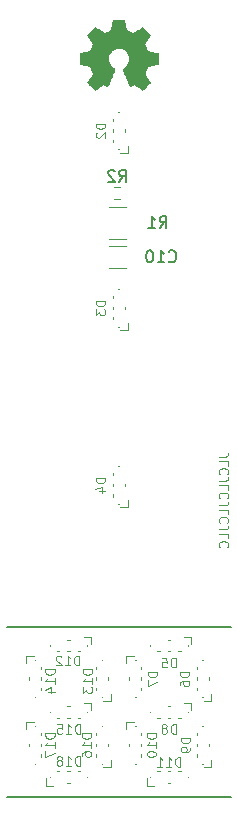
<source format=gbr>
%TF.GenerationSoftware,KiCad,Pcbnew,6.0.2*%
%TF.CreationDate,2022-03-25T15:37:29+01:00*%
%TF.ProjectId,espriktning,65737072-696b-4746-9e69-6e672e6b6963,rev?*%
%TF.SameCoordinates,Original*%
%TF.FileFunction,Legend,Bot*%
%TF.FilePolarity,Positive*%
%FSLAX46Y46*%
G04 Gerber Fmt 4.6, Leading zero omitted, Abs format (unit mm)*
G04 Created by KiCad (PCBNEW 6.0.2) date 2022-03-25 15:37:29*
%MOMM*%
%LPD*%
G01*
G04 APERTURE LIST*
%ADD10C,0.150000*%
%ADD11C,0.120000*%
%ADD12C,0.010000*%
G04 APERTURE END LIST*
D10*
X30500000Y-83000000D02*
X49500000Y-83000000D01*
X30500000Y-97400000D02*
X49500000Y-97400000D01*
D11*
X48461904Y-68604761D02*
X49033333Y-68604761D01*
X49147619Y-68566666D01*
X49223809Y-68490476D01*
X49261904Y-68376190D01*
X49261904Y-68300000D01*
X49261904Y-69366666D02*
X49261904Y-68985714D01*
X48461904Y-68985714D01*
X49185714Y-70090476D02*
X49223809Y-70052380D01*
X49261904Y-69938095D01*
X49261904Y-69861904D01*
X49223809Y-69747619D01*
X49147619Y-69671428D01*
X49071428Y-69633333D01*
X48919047Y-69595238D01*
X48804761Y-69595238D01*
X48652380Y-69633333D01*
X48576190Y-69671428D01*
X48500000Y-69747619D01*
X48461904Y-69861904D01*
X48461904Y-69938095D01*
X48500000Y-70052380D01*
X48538095Y-70090476D01*
X48461904Y-70661904D02*
X49033333Y-70661904D01*
X49147619Y-70623809D01*
X49223809Y-70547619D01*
X49261904Y-70433333D01*
X49261904Y-70357142D01*
X49261904Y-71423809D02*
X49261904Y-71042857D01*
X48461904Y-71042857D01*
X49185714Y-72147619D02*
X49223809Y-72109523D01*
X49261904Y-71995238D01*
X49261904Y-71919047D01*
X49223809Y-71804761D01*
X49147619Y-71728571D01*
X49071428Y-71690476D01*
X48919047Y-71652380D01*
X48804761Y-71652380D01*
X48652380Y-71690476D01*
X48576190Y-71728571D01*
X48500000Y-71804761D01*
X48461904Y-71919047D01*
X48461904Y-71995238D01*
X48500000Y-72109523D01*
X48538095Y-72147619D01*
X48461904Y-72719047D02*
X49033333Y-72719047D01*
X49147619Y-72680952D01*
X49223809Y-72604761D01*
X49261904Y-72490476D01*
X49261904Y-72414285D01*
X49261904Y-73480952D02*
X49261904Y-73100000D01*
X48461904Y-73100000D01*
X49185714Y-74204761D02*
X49223809Y-74166666D01*
X49261904Y-74052380D01*
X49261904Y-73976190D01*
X49223809Y-73861904D01*
X49147619Y-73785714D01*
X49071428Y-73747619D01*
X48919047Y-73709523D01*
X48804761Y-73709523D01*
X48652380Y-73747619D01*
X48576190Y-73785714D01*
X48500000Y-73861904D01*
X48461904Y-73976190D01*
X48461904Y-74052380D01*
X48500000Y-74166666D01*
X48538095Y-74204761D01*
X48461904Y-74776190D02*
X49033333Y-74776190D01*
X49147619Y-74738095D01*
X49223809Y-74661904D01*
X49261904Y-74547619D01*
X49261904Y-74471428D01*
X49261904Y-75538095D02*
X49261904Y-75157142D01*
X48461904Y-75157142D01*
X49185714Y-76261904D02*
X49223809Y-76223809D01*
X49261904Y-76109523D01*
X49261904Y-76033333D01*
X49223809Y-75919047D01*
X49147619Y-75842857D01*
X49071428Y-75804761D01*
X48919047Y-75766666D01*
X48804761Y-75766666D01*
X48652380Y-75804761D01*
X48576190Y-75842857D01*
X48500000Y-75919047D01*
X48461904Y-76033333D01*
X48461904Y-76109523D01*
X48500000Y-76223809D01*
X48538095Y-76261904D01*
%TO.C,D2*%
X38861904Y-40409523D02*
X38061904Y-40409523D01*
X38061904Y-40600000D01*
X38100000Y-40714285D01*
X38176190Y-40790476D01*
X38252380Y-40828571D01*
X38404761Y-40866666D01*
X38519047Y-40866666D01*
X38671428Y-40828571D01*
X38747619Y-40790476D01*
X38823809Y-40714285D01*
X38861904Y-40600000D01*
X38861904Y-40409523D01*
X38138095Y-41171428D02*
X38100000Y-41209523D01*
X38061904Y-41285714D01*
X38061904Y-41476190D01*
X38100000Y-41552380D01*
X38138095Y-41590476D01*
X38214285Y-41628571D01*
X38290476Y-41628571D01*
X38404761Y-41590476D01*
X38861904Y-41133333D01*
X38861904Y-41628571D01*
%TO.C,D3*%
X38861904Y-55409523D02*
X38061904Y-55409523D01*
X38061904Y-55600000D01*
X38100000Y-55714285D01*
X38176190Y-55790476D01*
X38252380Y-55828571D01*
X38404761Y-55866666D01*
X38519047Y-55866666D01*
X38671428Y-55828571D01*
X38747619Y-55790476D01*
X38823809Y-55714285D01*
X38861904Y-55600000D01*
X38861904Y-55409523D01*
X38061904Y-56133333D02*
X38061904Y-56628571D01*
X38366666Y-56361904D01*
X38366666Y-56476190D01*
X38404761Y-56552380D01*
X38442857Y-56590476D01*
X38519047Y-56628571D01*
X38709523Y-56628571D01*
X38785714Y-56590476D01*
X38823809Y-56552380D01*
X38861904Y-56476190D01*
X38861904Y-56247619D01*
X38823809Y-56171428D01*
X38785714Y-56133333D01*
%TO.C,D4*%
X38861904Y-70409523D02*
X38061904Y-70409523D01*
X38061904Y-70600000D01*
X38100000Y-70714285D01*
X38176190Y-70790476D01*
X38252380Y-70828571D01*
X38404761Y-70866666D01*
X38519047Y-70866666D01*
X38671428Y-70828571D01*
X38747619Y-70790476D01*
X38823809Y-70714285D01*
X38861904Y-70600000D01*
X38861904Y-70409523D01*
X38328571Y-71552380D02*
X38861904Y-71552380D01*
X38023809Y-71361904D02*
X38595238Y-71171428D01*
X38595238Y-71666666D01*
%TO.C,D5*%
X44840476Y-86461904D02*
X44840476Y-85661904D01*
X44650000Y-85661904D01*
X44535714Y-85700000D01*
X44459523Y-85776190D01*
X44421428Y-85852380D01*
X44383333Y-86004761D01*
X44383333Y-86119047D01*
X44421428Y-86271428D01*
X44459523Y-86347619D01*
X44535714Y-86423809D01*
X44650000Y-86461904D01*
X44840476Y-86461904D01*
X43659523Y-85661904D02*
X44040476Y-85661904D01*
X44078571Y-86042857D01*
X44040476Y-86004761D01*
X43964285Y-85966666D01*
X43773809Y-85966666D01*
X43697619Y-86004761D01*
X43659523Y-86042857D01*
X43621428Y-86119047D01*
X43621428Y-86309523D01*
X43659523Y-86385714D01*
X43697619Y-86423809D01*
X43773809Y-86461904D01*
X43964285Y-86461904D01*
X44040476Y-86423809D01*
X44078571Y-86385714D01*
%TO.C,D6*%
X45961904Y-86809523D02*
X45161904Y-86809523D01*
X45161904Y-87000000D01*
X45200000Y-87114285D01*
X45276190Y-87190476D01*
X45352380Y-87228571D01*
X45504761Y-87266666D01*
X45619047Y-87266666D01*
X45771428Y-87228571D01*
X45847619Y-87190476D01*
X45923809Y-87114285D01*
X45961904Y-87000000D01*
X45961904Y-86809523D01*
X45161904Y-87952380D02*
X45161904Y-87800000D01*
X45200000Y-87723809D01*
X45238095Y-87685714D01*
X45352380Y-87609523D01*
X45504761Y-87571428D01*
X45809523Y-87571428D01*
X45885714Y-87609523D01*
X45923809Y-87647619D01*
X45961904Y-87723809D01*
X45961904Y-87876190D01*
X45923809Y-87952380D01*
X45885714Y-87990476D01*
X45809523Y-88028571D01*
X45619047Y-88028571D01*
X45542857Y-87990476D01*
X45504761Y-87952380D01*
X45466666Y-87876190D01*
X45466666Y-87723809D01*
X45504761Y-87647619D01*
X45542857Y-87609523D01*
X45619047Y-87571428D01*
%TO.C,D7*%
X43261904Y-86809523D02*
X42461904Y-86809523D01*
X42461904Y-87000000D01*
X42500000Y-87114285D01*
X42576190Y-87190476D01*
X42652380Y-87228571D01*
X42804761Y-87266666D01*
X42919047Y-87266666D01*
X43071428Y-87228571D01*
X43147619Y-87190476D01*
X43223809Y-87114285D01*
X43261904Y-87000000D01*
X43261904Y-86809523D01*
X42461904Y-87533333D02*
X42461904Y-88066666D01*
X43261904Y-87723809D01*
%TO.C,D8*%
X44840476Y-92061904D02*
X44840476Y-91261904D01*
X44650000Y-91261904D01*
X44535714Y-91300000D01*
X44459523Y-91376190D01*
X44421428Y-91452380D01*
X44383333Y-91604761D01*
X44383333Y-91719047D01*
X44421428Y-91871428D01*
X44459523Y-91947619D01*
X44535714Y-92023809D01*
X44650000Y-92061904D01*
X44840476Y-92061904D01*
X43926190Y-91604761D02*
X44002380Y-91566666D01*
X44040476Y-91528571D01*
X44078571Y-91452380D01*
X44078571Y-91414285D01*
X44040476Y-91338095D01*
X44002380Y-91300000D01*
X43926190Y-91261904D01*
X43773809Y-91261904D01*
X43697619Y-91300000D01*
X43659523Y-91338095D01*
X43621428Y-91414285D01*
X43621428Y-91452380D01*
X43659523Y-91528571D01*
X43697619Y-91566666D01*
X43773809Y-91604761D01*
X43926190Y-91604761D01*
X44002380Y-91642857D01*
X44040476Y-91680952D01*
X44078571Y-91757142D01*
X44078571Y-91909523D01*
X44040476Y-91985714D01*
X44002380Y-92023809D01*
X43926190Y-92061904D01*
X43773809Y-92061904D01*
X43697619Y-92023809D01*
X43659523Y-91985714D01*
X43621428Y-91909523D01*
X43621428Y-91757142D01*
X43659523Y-91680952D01*
X43697619Y-91642857D01*
X43773809Y-91604761D01*
%TO.C,D9*%
X46061904Y-92409523D02*
X45261904Y-92409523D01*
X45261904Y-92600000D01*
X45300000Y-92714285D01*
X45376190Y-92790476D01*
X45452380Y-92828571D01*
X45604761Y-92866666D01*
X45719047Y-92866666D01*
X45871428Y-92828571D01*
X45947619Y-92790476D01*
X46023809Y-92714285D01*
X46061904Y-92600000D01*
X46061904Y-92409523D01*
X46061904Y-93247619D02*
X46061904Y-93400000D01*
X46023809Y-93476190D01*
X45985714Y-93514285D01*
X45871428Y-93590476D01*
X45719047Y-93628571D01*
X45414285Y-93628571D01*
X45338095Y-93590476D01*
X45300000Y-93552380D01*
X45261904Y-93476190D01*
X45261904Y-93323809D01*
X45300000Y-93247619D01*
X45338095Y-93209523D01*
X45414285Y-93171428D01*
X45604761Y-93171428D01*
X45680952Y-93209523D01*
X45719047Y-93247619D01*
X45757142Y-93323809D01*
X45757142Y-93476190D01*
X45719047Y-93552380D01*
X45680952Y-93590476D01*
X45604761Y-93628571D01*
%TO.C,D10*%
X43161904Y-92028571D02*
X42361904Y-92028571D01*
X42361904Y-92219047D01*
X42400000Y-92333333D01*
X42476190Y-92409523D01*
X42552380Y-92447619D01*
X42704761Y-92485714D01*
X42819047Y-92485714D01*
X42971428Y-92447619D01*
X43047619Y-92409523D01*
X43123809Y-92333333D01*
X43161904Y-92219047D01*
X43161904Y-92028571D01*
X43161904Y-93247619D02*
X43161904Y-92790476D01*
X43161904Y-93019047D02*
X42361904Y-93019047D01*
X42476190Y-92942857D01*
X42552380Y-92866666D01*
X42590476Y-92790476D01*
X42361904Y-93742857D02*
X42361904Y-93819047D01*
X42400000Y-93895238D01*
X42438095Y-93933333D01*
X42514285Y-93971428D01*
X42666666Y-94009523D01*
X42857142Y-94009523D01*
X43009523Y-93971428D01*
X43085714Y-93933333D01*
X43123809Y-93895238D01*
X43161904Y-93819047D01*
X43161904Y-93742857D01*
X43123809Y-93666666D01*
X43085714Y-93628571D01*
X43009523Y-93590476D01*
X42857142Y-93552380D01*
X42666666Y-93552380D01*
X42514285Y-93590476D01*
X42438095Y-93628571D01*
X42400000Y-93666666D01*
X42361904Y-93742857D01*
%TO.C,D11*%
X45221428Y-94861904D02*
X45221428Y-94061904D01*
X45030952Y-94061904D01*
X44916666Y-94100000D01*
X44840476Y-94176190D01*
X44802380Y-94252380D01*
X44764285Y-94404761D01*
X44764285Y-94519047D01*
X44802380Y-94671428D01*
X44840476Y-94747619D01*
X44916666Y-94823809D01*
X45030952Y-94861904D01*
X45221428Y-94861904D01*
X44002380Y-94861904D02*
X44459523Y-94861904D01*
X44230952Y-94861904D02*
X44230952Y-94061904D01*
X44307142Y-94176190D01*
X44383333Y-94252380D01*
X44459523Y-94290476D01*
X43240476Y-94861904D02*
X43697619Y-94861904D01*
X43469047Y-94861904D02*
X43469047Y-94061904D01*
X43545238Y-94176190D01*
X43621428Y-94252380D01*
X43697619Y-94290476D01*
%TO.C,D12*%
X36671428Y-86261904D02*
X36671428Y-85461904D01*
X36480952Y-85461904D01*
X36366666Y-85500000D01*
X36290476Y-85576190D01*
X36252380Y-85652380D01*
X36214285Y-85804761D01*
X36214285Y-85919047D01*
X36252380Y-86071428D01*
X36290476Y-86147619D01*
X36366666Y-86223809D01*
X36480952Y-86261904D01*
X36671428Y-86261904D01*
X35452380Y-86261904D02*
X35909523Y-86261904D01*
X35680952Y-86261904D02*
X35680952Y-85461904D01*
X35757142Y-85576190D01*
X35833333Y-85652380D01*
X35909523Y-85690476D01*
X35147619Y-85538095D02*
X35109523Y-85500000D01*
X35033333Y-85461904D01*
X34842857Y-85461904D01*
X34766666Y-85500000D01*
X34728571Y-85538095D01*
X34690476Y-85614285D01*
X34690476Y-85690476D01*
X34728571Y-85804761D01*
X35185714Y-86261904D01*
X34690476Y-86261904D01*
%TO.C,D13*%
X37761904Y-86628571D02*
X36961904Y-86628571D01*
X36961904Y-86819047D01*
X37000000Y-86933333D01*
X37076190Y-87009523D01*
X37152380Y-87047619D01*
X37304761Y-87085714D01*
X37419047Y-87085714D01*
X37571428Y-87047619D01*
X37647619Y-87009523D01*
X37723809Y-86933333D01*
X37761904Y-86819047D01*
X37761904Y-86628571D01*
X37761904Y-87847619D02*
X37761904Y-87390476D01*
X37761904Y-87619047D02*
X36961904Y-87619047D01*
X37076190Y-87542857D01*
X37152380Y-87466666D01*
X37190476Y-87390476D01*
X36961904Y-88114285D02*
X36961904Y-88609523D01*
X37266666Y-88342857D01*
X37266666Y-88457142D01*
X37304761Y-88533333D01*
X37342857Y-88571428D01*
X37419047Y-88609523D01*
X37609523Y-88609523D01*
X37685714Y-88571428D01*
X37723809Y-88533333D01*
X37761904Y-88457142D01*
X37761904Y-88228571D01*
X37723809Y-88152380D01*
X37685714Y-88114285D01*
%TO.C,D14*%
X34561904Y-86628571D02*
X33761904Y-86628571D01*
X33761904Y-86819047D01*
X33800000Y-86933333D01*
X33876190Y-87009523D01*
X33952380Y-87047619D01*
X34104761Y-87085714D01*
X34219047Y-87085714D01*
X34371428Y-87047619D01*
X34447619Y-87009523D01*
X34523809Y-86933333D01*
X34561904Y-86819047D01*
X34561904Y-86628571D01*
X34561904Y-87847619D02*
X34561904Y-87390476D01*
X34561904Y-87619047D02*
X33761904Y-87619047D01*
X33876190Y-87542857D01*
X33952380Y-87466666D01*
X33990476Y-87390476D01*
X34028571Y-88533333D02*
X34561904Y-88533333D01*
X33723809Y-88342857D02*
X34295238Y-88152380D01*
X34295238Y-88647619D01*
%TO.C,D15*%
X36721428Y-92061904D02*
X36721428Y-91261904D01*
X36530952Y-91261904D01*
X36416666Y-91300000D01*
X36340476Y-91376190D01*
X36302380Y-91452380D01*
X36264285Y-91604761D01*
X36264285Y-91719047D01*
X36302380Y-91871428D01*
X36340476Y-91947619D01*
X36416666Y-92023809D01*
X36530952Y-92061904D01*
X36721428Y-92061904D01*
X35502380Y-92061904D02*
X35959523Y-92061904D01*
X35730952Y-92061904D02*
X35730952Y-91261904D01*
X35807142Y-91376190D01*
X35883333Y-91452380D01*
X35959523Y-91490476D01*
X34778571Y-91261904D02*
X35159523Y-91261904D01*
X35197619Y-91642857D01*
X35159523Y-91604761D01*
X35083333Y-91566666D01*
X34892857Y-91566666D01*
X34816666Y-91604761D01*
X34778571Y-91642857D01*
X34740476Y-91719047D01*
X34740476Y-91909523D01*
X34778571Y-91985714D01*
X34816666Y-92023809D01*
X34892857Y-92061904D01*
X35083333Y-92061904D01*
X35159523Y-92023809D01*
X35197619Y-91985714D01*
%TO.C,D16*%
X37661904Y-92028571D02*
X36861904Y-92028571D01*
X36861904Y-92219047D01*
X36900000Y-92333333D01*
X36976190Y-92409523D01*
X37052380Y-92447619D01*
X37204761Y-92485714D01*
X37319047Y-92485714D01*
X37471428Y-92447619D01*
X37547619Y-92409523D01*
X37623809Y-92333333D01*
X37661904Y-92219047D01*
X37661904Y-92028571D01*
X37661904Y-93247619D02*
X37661904Y-92790476D01*
X37661904Y-93019047D02*
X36861904Y-93019047D01*
X36976190Y-92942857D01*
X37052380Y-92866666D01*
X37090476Y-92790476D01*
X36861904Y-93933333D02*
X36861904Y-93780952D01*
X36900000Y-93704761D01*
X36938095Y-93666666D01*
X37052380Y-93590476D01*
X37204761Y-93552380D01*
X37509523Y-93552380D01*
X37585714Y-93590476D01*
X37623809Y-93628571D01*
X37661904Y-93704761D01*
X37661904Y-93857142D01*
X37623809Y-93933333D01*
X37585714Y-93971428D01*
X37509523Y-94009523D01*
X37319047Y-94009523D01*
X37242857Y-93971428D01*
X37204761Y-93933333D01*
X37166666Y-93857142D01*
X37166666Y-93704761D01*
X37204761Y-93628571D01*
X37242857Y-93590476D01*
X37319047Y-93552380D01*
%TO.C,D17*%
X34561904Y-92028571D02*
X33761904Y-92028571D01*
X33761904Y-92219047D01*
X33800000Y-92333333D01*
X33876190Y-92409523D01*
X33952380Y-92447619D01*
X34104761Y-92485714D01*
X34219047Y-92485714D01*
X34371428Y-92447619D01*
X34447619Y-92409523D01*
X34523809Y-92333333D01*
X34561904Y-92219047D01*
X34561904Y-92028571D01*
X34561904Y-93247619D02*
X34561904Y-92790476D01*
X34561904Y-93019047D02*
X33761904Y-93019047D01*
X33876190Y-92942857D01*
X33952380Y-92866666D01*
X33990476Y-92790476D01*
X33761904Y-93514285D02*
X33761904Y-94047619D01*
X34561904Y-93704761D01*
%TO.C,D18*%
X36721428Y-94761904D02*
X36721428Y-93961904D01*
X36530952Y-93961904D01*
X36416666Y-94000000D01*
X36340476Y-94076190D01*
X36302380Y-94152380D01*
X36264285Y-94304761D01*
X36264285Y-94419047D01*
X36302380Y-94571428D01*
X36340476Y-94647619D01*
X36416666Y-94723809D01*
X36530952Y-94761904D01*
X36721428Y-94761904D01*
X35502380Y-94761904D02*
X35959523Y-94761904D01*
X35730952Y-94761904D02*
X35730952Y-93961904D01*
X35807142Y-94076190D01*
X35883333Y-94152380D01*
X35959523Y-94190476D01*
X35045238Y-94304761D02*
X35121428Y-94266666D01*
X35159523Y-94228571D01*
X35197619Y-94152380D01*
X35197619Y-94114285D01*
X35159523Y-94038095D01*
X35121428Y-94000000D01*
X35045238Y-93961904D01*
X34892857Y-93961904D01*
X34816666Y-94000000D01*
X34778571Y-94038095D01*
X34740476Y-94114285D01*
X34740476Y-94152380D01*
X34778571Y-94228571D01*
X34816666Y-94266666D01*
X34892857Y-94304761D01*
X35045238Y-94304761D01*
X35121428Y-94342857D01*
X35159523Y-94380952D01*
X35197619Y-94457142D01*
X35197619Y-94609523D01*
X35159523Y-94685714D01*
X35121428Y-94723809D01*
X35045238Y-94761904D01*
X34892857Y-94761904D01*
X34816666Y-94723809D01*
X34778571Y-94685714D01*
X34740476Y-94609523D01*
X34740476Y-94457142D01*
X34778571Y-94380952D01*
X34816666Y-94342857D01*
X34892857Y-94304761D01*
D10*
%TO.C,R1*%
X43466666Y-49252380D02*
X43800000Y-48776190D01*
X44038095Y-49252380D02*
X44038095Y-48252380D01*
X43657142Y-48252380D01*
X43561904Y-48300000D01*
X43514285Y-48347619D01*
X43466666Y-48442857D01*
X43466666Y-48585714D01*
X43514285Y-48680952D01*
X43561904Y-48728571D01*
X43657142Y-48776190D01*
X44038095Y-48776190D01*
X42514285Y-49252380D02*
X43085714Y-49252380D01*
X42800000Y-49252380D02*
X42800000Y-48252380D01*
X42895238Y-48395238D01*
X42990476Y-48490476D01*
X43085714Y-48538095D01*
%TO.C,C10*%
X44242857Y-52057142D02*
X44290476Y-52104761D01*
X44433333Y-52152380D01*
X44528571Y-52152380D01*
X44671428Y-52104761D01*
X44766666Y-52009523D01*
X44814285Y-51914285D01*
X44861904Y-51723809D01*
X44861904Y-51580952D01*
X44814285Y-51390476D01*
X44766666Y-51295238D01*
X44671428Y-51200000D01*
X44528571Y-51152380D01*
X44433333Y-51152380D01*
X44290476Y-51200000D01*
X44242857Y-51247619D01*
X43290476Y-52152380D02*
X43861904Y-52152380D01*
X43576190Y-52152380D02*
X43576190Y-51152380D01*
X43671428Y-51295238D01*
X43766666Y-51390476D01*
X43861904Y-51438095D01*
X42671428Y-51152380D02*
X42576190Y-51152380D01*
X42480952Y-51200000D01*
X42433333Y-51247619D01*
X42385714Y-51342857D01*
X42338095Y-51533333D01*
X42338095Y-51771428D01*
X42385714Y-51961904D01*
X42433333Y-52057142D01*
X42480952Y-52104761D01*
X42576190Y-52152380D01*
X42671428Y-52152380D01*
X42766666Y-52104761D01*
X42814285Y-52057142D01*
X42861904Y-51961904D01*
X42909523Y-51771428D01*
X42909523Y-51533333D01*
X42861904Y-51342857D01*
X42814285Y-51247619D01*
X42766666Y-51200000D01*
X42671428Y-51152380D01*
%TO.C,R2*%
X40041666Y-45352380D02*
X40375000Y-44876190D01*
X40613095Y-45352380D02*
X40613095Y-44352380D01*
X40232142Y-44352380D01*
X40136904Y-44400000D01*
X40089285Y-44447619D01*
X40041666Y-44542857D01*
X40041666Y-44685714D01*
X40089285Y-44780952D01*
X40136904Y-44828571D01*
X40232142Y-44876190D01*
X40613095Y-44876190D01*
X39660714Y-44447619D02*
X39613095Y-44400000D01*
X39517857Y-44352380D01*
X39279761Y-44352380D01*
X39184523Y-44400000D01*
X39136904Y-44447619D01*
X39089285Y-44542857D01*
X39089285Y-44638095D01*
X39136904Y-44780952D01*
X39708333Y-45352380D01*
X39089285Y-45352380D01*
D11*
%TO.C,D2*%
X40000000Y-42600000D02*
X39950000Y-42600000D01*
X39950000Y-39400000D02*
X40000000Y-39400000D01*
X40500000Y-41100000D02*
X40500000Y-40900000D01*
X39500000Y-42000000D02*
X39500000Y-41800000D01*
X39500000Y-40200000D02*
X39500000Y-40000000D01*
X40100000Y-42900000D02*
X40750000Y-42900000D01*
X39500000Y-41100000D02*
X39500000Y-40900000D01*
X40750000Y-42900000D02*
X40750000Y-42300000D01*
%TO.C,D3*%
X40000000Y-57600000D02*
X39950000Y-57600000D01*
X39500000Y-56100000D02*
X39500000Y-55900000D01*
X39500000Y-55200000D02*
X39500000Y-55000000D01*
X40750000Y-57900000D02*
X40750000Y-57300000D01*
X40500000Y-56100000D02*
X40500000Y-55900000D01*
X39950000Y-54400000D02*
X40000000Y-54400000D01*
X40100000Y-57900000D02*
X40750000Y-57900000D01*
X39500000Y-57000000D02*
X39500000Y-56800000D01*
%TO.C,D4*%
X39950000Y-69400000D02*
X40000000Y-69400000D01*
X39500000Y-71100000D02*
X39500000Y-70900000D01*
X39500000Y-70200000D02*
X39500000Y-70000000D01*
X39500000Y-72000000D02*
X39500000Y-71800000D01*
X40750000Y-72900000D02*
X40750000Y-72300000D01*
X40000000Y-72600000D02*
X39950000Y-72600000D01*
X40500000Y-71100000D02*
X40500000Y-70900000D01*
X40100000Y-72900000D02*
X40750000Y-72900000D01*
%TO.C,D5*%
X44350000Y-85100000D02*
X44150000Y-85100000D01*
X45850000Y-84600000D02*
X45850000Y-84650000D01*
X42650000Y-84650000D02*
X42650000Y-84600000D01*
X45250000Y-85100000D02*
X45050000Y-85100000D01*
X46150000Y-84500000D02*
X46150000Y-83850000D01*
X44350000Y-84100000D02*
X44150000Y-84100000D01*
X46150000Y-83850000D02*
X45550000Y-83850000D01*
X43450000Y-85100000D02*
X43250000Y-85100000D01*
%TO.C,D6*%
X47200000Y-89300000D02*
X47850000Y-89300000D01*
X46600000Y-88400000D02*
X46600000Y-88200000D01*
X46600000Y-87500000D02*
X46600000Y-87300000D01*
X47850000Y-89300000D02*
X47850000Y-88700000D01*
X47600000Y-87500000D02*
X47600000Y-87300000D01*
X47100000Y-89000000D02*
X47050000Y-89000000D01*
X47050000Y-85800000D02*
X47100000Y-85800000D01*
X46600000Y-86600000D02*
X46600000Y-86400000D01*
%TO.C,D7*%
X41900000Y-88200000D02*
X41900000Y-88400000D01*
X40650000Y-85500000D02*
X40650000Y-86100000D01*
X41450000Y-89000000D02*
X41400000Y-89000000D01*
X40900000Y-87300000D02*
X40900000Y-87500000D01*
X41900000Y-86400000D02*
X41900000Y-86600000D01*
X41900000Y-87300000D02*
X41900000Y-87500000D01*
X41300000Y-85500000D02*
X40650000Y-85500000D01*
X41400000Y-85800000D02*
X41450000Y-85800000D01*
%TO.C,D8*%
X46150000Y-89450000D02*
X45550000Y-89450000D01*
X44350000Y-89700000D02*
X44150000Y-89700000D01*
X46150000Y-90100000D02*
X46150000Y-89450000D01*
X45850000Y-90200000D02*
X45850000Y-90250000D01*
X43450000Y-90700000D02*
X43250000Y-90700000D01*
X44350000Y-90700000D02*
X44150000Y-90700000D01*
X42650000Y-90250000D02*
X42650000Y-90200000D01*
X45250000Y-90700000D02*
X45050000Y-90700000D01*
%TO.C,D9*%
X46600000Y-94000000D02*
X46600000Y-93800000D01*
X46600000Y-93100000D02*
X46600000Y-92900000D01*
X47200000Y-94900000D02*
X47850000Y-94900000D01*
X47100000Y-94600000D02*
X47050000Y-94600000D01*
X47600000Y-93100000D02*
X47600000Y-92900000D01*
X47850000Y-94900000D02*
X47850000Y-94300000D01*
X47050000Y-91400000D02*
X47100000Y-91400000D01*
X46600000Y-92200000D02*
X46600000Y-92000000D01*
%TO.C,D10*%
X40900000Y-92900000D02*
X40900000Y-93100000D01*
X41300000Y-91100000D02*
X40650000Y-91100000D01*
X40650000Y-91100000D02*
X40650000Y-91700000D01*
X41900000Y-92900000D02*
X41900000Y-93100000D01*
X41900000Y-93800000D02*
X41900000Y-94000000D01*
X41450000Y-94600000D02*
X41400000Y-94600000D01*
X41900000Y-92000000D02*
X41900000Y-92200000D01*
X41400000Y-91400000D02*
X41450000Y-91400000D01*
%TO.C,D11*%
X45050000Y-95250000D02*
X45250000Y-95250000D01*
X44150000Y-95250000D02*
X44350000Y-95250000D01*
X42350000Y-95850000D02*
X42350000Y-96500000D01*
X45850000Y-95700000D02*
X45850000Y-95750000D01*
X43250000Y-95250000D02*
X43450000Y-95250000D01*
X42650000Y-95750000D02*
X42650000Y-95700000D01*
X44150000Y-96250000D02*
X44350000Y-96250000D01*
X42350000Y-96500000D02*
X42950000Y-96500000D01*
%TO.C,D12*%
X35850000Y-85100000D02*
X35650000Y-85100000D01*
X37350000Y-84600000D02*
X37350000Y-84650000D01*
X37650000Y-84500000D02*
X37650000Y-83850000D01*
X34150000Y-84650000D02*
X34150000Y-84600000D01*
X34950000Y-85100000D02*
X34750000Y-85100000D01*
X35850000Y-84100000D02*
X35650000Y-84100000D01*
X36750000Y-85100000D02*
X36550000Y-85100000D01*
X37650000Y-83850000D02*
X37050000Y-83850000D01*
%TO.C,D13*%
X38550000Y-85800000D02*
X38600000Y-85800000D01*
X39350000Y-89300000D02*
X39350000Y-88700000D01*
X38100000Y-87500000D02*
X38100000Y-87300000D01*
X38600000Y-89000000D02*
X38550000Y-89000000D01*
X38100000Y-88400000D02*
X38100000Y-88200000D01*
X38100000Y-86600000D02*
X38100000Y-86400000D01*
X39100000Y-87500000D02*
X39100000Y-87300000D01*
X38700000Y-89300000D02*
X39350000Y-89300000D01*
%TO.C,D14*%
X32150000Y-85500000D02*
X32150000Y-86100000D01*
X32900000Y-85800000D02*
X32950000Y-85800000D01*
X33400000Y-88200000D02*
X33400000Y-88400000D01*
X32400000Y-87300000D02*
X32400000Y-87500000D01*
X33400000Y-86400000D02*
X33400000Y-86600000D01*
X32800000Y-85500000D02*
X32150000Y-85500000D01*
X33400000Y-87300000D02*
X33400000Y-87500000D01*
X32950000Y-89000000D02*
X32900000Y-89000000D01*
%TO.C,D15*%
X35850000Y-89700000D02*
X35650000Y-89700000D01*
X34950000Y-90700000D02*
X34750000Y-90700000D01*
X36750000Y-90700000D02*
X36550000Y-90700000D01*
X37650000Y-90100000D02*
X37650000Y-89450000D01*
X35850000Y-90700000D02*
X35650000Y-90700000D01*
X37350000Y-90200000D02*
X37350000Y-90250000D01*
X34150000Y-90250000D02*
X34150000Y-90200000D01*
X37650000Y-89450000D02*
X37050000Y-89450000D01*
%TO.C,D16*%
X38700000Y-94900000D02*
X39350000Y-94900000D01*
X38100000Y-94000000D02*
X38100000Y-93800000D01*
X38550000Y-91400000D02*
X38600000Y-91400000D01*
X39350000Y-94900000D02*
X39350000Y-94300000D01*
X38600000Y-94600000D02*
X38550000Y-94600000D01*
X39100000Y-93100000D02*
X39100000Y-92900000D01*
X38100000Y-92200000D02*
X38100000Y-92000000D01*
X38100000Y-93100000D02*
X38100000Y-92900000D01*
%TO.C,D17*%
X32800000Y-91100000D02*
X32150000Y-91100000D01*
X32950000Y-94600000D02*
X32900000Y-94600000D01*
X32400000Y-92900000D02*
X32400000Y-93100000D01*
X32900000Y-91400000D02*
X32950000Y-91400000D01*
X33400000Y-92900000D02*
X33400000Y-93100000D01*
X33400000Y-93800000D02*
X33400000Y-94000000D01*
X33400000Y-92000000D02*
X33400000Y-92200000D01*
X32150000Y-91100000D02*
X32150000Y-91700000D01*
%TO.C,D18*%
X35650000Y-96250000D02*
X35850000Y-96250000D01*
X35650000Y-95250000D02*
X35850000Y-95250000D01*
X36550000Y-95250000D02*
X36750000Y-95250000D01*
X34750000Y-95250000D02*
X34950000Y-95250000D01*
X37350000Y-95700000D02*
X37350000Y-95750000D01*
X34150000Y-95750000D02*
X34150000Y-95700000D01*
X33850000Y-96500000D02*
X34450000Y-96500000D01*
X33850000Y-95850000D02*
X33850000Y-96500000D01*
D12*
%TO.C,REF\u002A\u002A*%
X39444186Y-32068931D02*
X39360365Y-32513555D01*
X39360365Y-32513555D02*
X39051080Y-32641053D01*
X39051080Y-32641053D02*
X38741794Y-32768551D01*
X38741794Y-32768551D02*
X38370754Y-32516246D01*
X38370754Y-32516246D02*
X38266843Y-32445996D01*
X38266843Y-32445996D02*
X38172913Y-32383272D01*
X38172913Y-32383272D02*
X38093348Y-32330938D01*
X38093348Y-32330938D02*
X38032530Y-32291857D01*
X38032530Y-32291857D02*
X37994843Y-32268893D01*
X37994843Y-32268893D02*
X37984579Y-32263942D01*
X37984579Y-32263942D02*
X37966090Y-32276676D01*
X37966090Y-32276676D02*
X37926580Y-32311882D01*
X37926580Y-32311882D02*
X37870478Y-32365062D01*
X37870478Y-32365062D02*
X37802213Y-32431718D01*
X37802213Y-32431718D02*
X37726214Y-32507354D01*
X37726214Y-32507354D02*
X37646908Y-32587472D01*
X37646908Y-32587472D02*
X37568725Y-32667574D01*
X37568725Y-32667574D02*
X37496093Y-32743164D01*
X37496093Y-32743164D02*
X37433441Y-32809745D01*
X37433441Y-32809745D02*
X37385197Y-32862818D01*
X37385197Y-32862818D02*
X37355790Y-32897887D01*
X37355790Y-32897887D02*
X37348759Y-32909623D01*
X37348759Y-32909623D02*
X37358877Y-32931260D01*
X37358877Y-32931260D02*
X37387241Y-32978662D01*
X37387241Y-32978662D02*
X37430871Y-33047193D01*
X37430871Y-33047193D02*
X37486782Y-33132215D01*
X37486782Y-33132215D02*
X37551994Y-33229093D01*
X37551994Y-33229093D02*
X37589781Y-33284350D01*
X37589781Y-33284350D02*
X37658657Y-33385248D01*
X37658657Y-33385248D02*
X37719860Y-33476299D01*
X37719860Y-33476299D02*
X37770422Y-33552970D01*
X37770422Y-33552970D02*
X37807372Y-33610728D01*
X37807372Y-33610728D02*
X37827742Y-33645043D01*
X37827742Y-33645043D02*
X37830803Y-33652254D01*
X37830803Y-33652254D02*
X37823864Y-33672748D01*
X37823864Y-33672748D02*
X37804949Y-33720513D01*
X37804949Y-33720513D02*
X37776913Y-33788832D01*
X37776913Y-33788832D02*
X37742609Y-33870989D01*
X37742609Y-33870989D02*
X37704891Y-33960270D01*
X37704891Y-33960270D02*
X37666613Y-34049958D01*
X37666613Y-34049958D02*
X37630630Y-34133338D01*
X37630630Y-34133338D02*
X37599794Y-34203694D01*
X37599794Y-34203694D02*
X37576961Y-34254310D01*
X37576961Y-34254310D02*
X37564983Y-34278471D01*
X37564983Y-34278471D02*
X37564276Y-34279422D01*
X37564276Y-34279422D02*
X37545469Y-34284036D01*
X37545469Y-34284036D02*
X37495382Y-34294328D01*
X37495382Y-34294328D02*
X37419207Y-34309287D01*
X37419207Y-34309287D02*
X37322135Y-34327901D01*
X37322135Y-34327901D02*
X37209357Y-34349159D01*
X37209357Y-34349159D02*
X37143558Y-34361418D01*
X37143558Y-34361418D02*
X37023050Y-34384362D01*
X37023050Y-34384362D02*
X36914203Y-34406195D01*
X36914203Y-34406195D02*
X36822524Y-34425722D01*
X36822524Y-34425722D02*
X36753519Y-34441748D01*
X36753519Y-34441748D02*
X36712696Y-34453079D01*
X36712696Y-34453079D02*
X36704489Y-34456674D01*
X36704489Y-34456674D02*
X36696452Y-34481006D01*
X36696452Y-34481006D02*
X36689967Y-34535959D01*
X36689967Y-34535959D02*
X36685030Y-34615108D01*
X36685030Y-34615108D02*
X36681636Y-34712026D01*
X36681636Y-34712026D02*
X36679782Y-34820287D01*
X36679782Y-34820287D02*
X36679462Y-34933465D01*
X36679462Y-34933465D02*
X36680673Y-35045135D01*
X36680673Y-35045135D02*
X36683410Y-35148868D01*
X36683410Y-35148868D02*
X36687669Y-35238241D01*
X36687669Y-35238241D02*
X36693445Y-35306826D01*
X36693445Y-35306826D02*
X36700733Y-35348197D01*
X36700733Y-35348197D02*
X36705105Y-35356810D01*
X36705105Y-35356810D02*
X36731236Y-35367133D01*
X36731236Y-35367133D02*
X36786607Y-35381892D01*
X36786607Y-35381892D02*
X36863893Y-35399352D01*
X36863893Y-35399352D02*
X36955770Y-35417780D01*
X36955770Y-35417780D02*
X36987842Y-35423741D01*
X36987842Y-35423741D02*
X37142476Y-35452066D01*
X37142476Y-35452066D02*
X37264625Y-35474876D01*
X37264625Y-35474876D02*
X37358327Y-35493080D01*
X37358327Y-35493080D02*
X37427616Y-35507583D01*
X37427616Y-35507583D02*
X37476529Y-35519292D01*
X37476529Y-35519292D02*
X37509103Y-35529115D01*
X37509103Y-35529115D02*
X37529372Y-35537956D01*
X37529372Y-35537956D02*
X37541374Y-35546724D01*
X37541374Y-35546724D02*
X37543053Y-35548457D01*
X37543053Y-35548457D02*
X37559816Y-35576371D01*
X37559816Y-35576371D02*
X37585386Y-35630695D01*
X37585386Y-35630695D02*
X37617212Y-35704777D01*
X37617212Y-35704777D02*
X37652740Y-35791965D01*
X37652740Y-35791965D02*
X37689417Y-35885608D01*
X37689417Y-35885608D02*
X37724689Y-35979052D01*
X37724689Y-35979052D02*
X37756004Y-36065647D01*
X37756004Y-36065647D02*
X37780807Y-36138740D01*
X37780807Y-36138740D02*
X37796546Y-36191678D01*
X37796546Y-36191678D02*
X37800668Y-36217811D01*
X37800668Y-36217811D02*
X37800324Y-36218726D01*
X37800324Y-36218726D02*
X37786359Y-36240086D01*
X37786359Y-36240086D02*
X37754678Y-36287084D01*
X37754678Y-36287084D02*
X37708609Y-36354827D01*
X37708609Y-36354827D02*
X37651482Y-36438423D01*
X37651482Y-36438423D02*
X37586627Y-36532982D01*
X37586627Y-36532982D02*
X37568157Y-36559854D01*
X37568157Y-36559854D02*
X37502301Y-36657275D01*
X37502301Y-36657275D02*
X37444350Y-36746163D01*
X37444350Y-36746163D02*
X37397462Y-36821412D01*
X37397462Y-36821412D02*
X37364793Y-36877920D01*
X37364793Y-36877920D02*
X37349500Y-36910581D01*
X37349500Y-36910581D02*
X37348759Y-36914593D01*
X37348759Y-36914593D02*
X37361608Y-36935684D01*
X37361608Y-36935684D02*
X37397112Y-36977464D01*
X37397112Y-36977464D02*
X37450707Y-37035445D01*
X37450707Y-37035445D02*
X37517829Y-37105135D01*
X37517829Y-37105135D02*
X37593913Y-37182045D01*
X37593913Y-37182045D02*
X37674396Y-37261683D01*
X37674396Y-37261683D02*
X37754713Y-37339561D01*
X37754713Y-37339561D02*
X37830301Y-37411186D01*
X37830301Y-37411186D02*
X37896595Y-37472070D01*
X37896595Y-37472070D02*
X37949031Y-37517721D01*
X37949031Y-37517721D02*
X37983045Y-37543650D01*
X37983045Y-37543650D02*
X37992455Y-37547883D01*
X37992455Y-37547883D02*
X38014357Y-37537912D01*
X38014357Y-37537912D02*
X38059200Y-37511020D01*
X38059200Y-37511020D02*
X38119679Y-37471736D01*
X38119679Y-37471736D02*
X38166211Y-37440117D01*
X38166211Y-37440117D02*
X38250525Y-37382098D01*
X38250525Y-37382098D02*
X38350374Y-37313784D01*
X38350374Y-37313784D02*
X38450527Y-37245579D01*
X38450527Y-37245579D02*
X38504373Y-37209075D01*
X38504373Y-37209075D02*
X38686629Y-37085800D01*
X38686629Y-37085800D02*
X38839619Y-37168520D01*
X38839619Y-37168520D02*
X38909318Y-37204759D01*
X38909318Y-37204759D02*
X38968586Y-37232926D01*
X38968586Y-37232926D02*
X39008689Y-37248991D01*
X39008689Y-37248991D02*
X39018897Y-37251226D01*
X39018897Y-37251226D02*
X39031171Y-37234722D01*
X39031171Y-37234722D02*
X39055387Y-37188082D01*
X39055387Y-37188082D02*
X39089737Y-37115609D01*
X39089737Y-37115609D02*
X39132412Y-37021606D01*
X39132412Y-37021606D02*
X39181606Y-36910374D01*
X39181606Y-36910374D02*
X39235510Y-36786215D01*
X39235510Y-36786215D02*
X39292316Y-36653432D01*
X39292316Y-36653432D02*
X39350218Y-36516327D01*
X39350218Y-36516327D02*
X39407407Y-36379202D01*
X39407407Y-36379202D02*
X39462076Y-36246358D01*
X39462076Y-36246358D02*
X39512416Y-36122098D01*
X39512416Y-36122098D02*
X39556620Y-36010725D01*
X39556620Y-36010725D02*
X39592881Y-35916539D01*
X39592881Y-35916539D02*
X39619391Y-35843844D01*
X39619391Y-35843844D02*
X39634342Y-35796941D01*
X39634342Y-35796941D02*
X39636746Y-35780833D01*
X39636746Y-35780833D02*
X39617689Y-35760286D01*
X39617689Y-35760286D02*
X39575964Y-35726933D01*
X39575964Y-35726933D02*
X39520294Y-35687702D01*
X39520294Y-35687702D02*
X39515622Y-35684599D01*
X39515622Y-35684599D02*
X39371736Y-35569423D01*
X39371736Y-35569423D02*
X39255717Y-35435053D01*
X39255717Y-35435053D02*
X39168570Y-35285784D01*
X39168570Y-35285784D02*
X39111301Y-35125913D01*
X39111301Y-35125913D02*
X39084914Y-34959737D01*
X39084914Y-34959737D02*
X39090415Y-34791552D01*
X39090415Y-34791552D02*
X39128810Y-34625655D01*
X39128810Y-34625655D02*
X39201105Y-34466342D01*
X39201105Y-34466342D02*
X39222374Y-34431487D01*
X39222374Y-34431487D02*
X39333004Y-34290737D01*
X39333004Y-34290737D02*
X39463698Y-34177714D01*
X39463698Y-34177714D02*
X39609936Y-34093003D01*
X39609936Y-34093003D02*
X39767192Y-34037194D01*
X39767192Y-34037194D02*
X39930943Y-34010874D01*
X39930943Y-34010874D02*
X40096667Y-34014630D01*
X40096667Y-34014630D02*
X40259838Y-34049050D01*
X40259838Y-34049050D02*
X40415935Y-34114723D01*
X40415935Y-34114723D02*
X40560433Y-34212235D01*
X40560433Y-34212235D02*
X40605131Y-34251813D01*
X40605131Y-34251813D02*
X40718888Y-34375703D01*
X40718888Y-34375703D02*
X40801782Y-34506124D01*
X40801782Y-34506124D02*
X40858644Y-34652315D01*
X40858644Y-34652315D02*
X40890313Y-34797088D01*
X40890313Y-34797088D02*
X40898131Y-34959860D01*
X40898131Y-34959860D02*
X40872062Y-35123440D01*
X40872062Y-35123440D02*
X40814755Y-35282298D01*
X40814755Y-35282298D02*
X40728856Y-35430906D01*
X40728856Y-35430906D02*
X40617014Y-35563735D01*
X40617014Y-35563735D02*
X40481877Y-35675256D01*
X40481877Y-35675256D02*
X40464117Y-35687011D01*
X40464117Y-35687011D02*
X40407850Y-35725508D01*
X40407850Y-35725508D02*
X40365077Y-35758863D01*
X40365077Y-35758863D02*
X40344628Y-35780160D01*
X40344628Y-35780160D02*
X40344331Y-35780833D01*
X40344331Y-35780833D02*
X40348721Y-35803871D01*
X40348721Y-35803871D02*
X40366124Y-35856157D01*
X40366124Y-35856157D02*
X40394732Y-35933390D01*
X40394732Y-35933390D02*
X40432735Y-36031268D01*
X40432735Y-36031268D02*
X40478326Y-36145491D01*
X40478326Y-36145491D02*
X40529697Y-36271758D01*
X40529697Y-36271758D02*
X40585038Y-36405767D01*
X40585038Y-36405767D02*
X40642542Y-36543218D01*
X40642542Y-36543218D02*
X40700399Y-36679808D01*
X40700399Y-36679808D02*
X40756802Y-36811237D01*
X40756802Y-36811237D02*
X40809942Y-36933205D01*
X40809942Y-36933205D02*
X40858010Y-37041409D01*
X40858010Y-37041409D02*
X40899199Y-37131549D01*
X40899199Y-37131549D02*
X40931699Y-37199323D01*
X40931699Y-37199323D02*
X40953703Y-37240430D01*
X40953703Y-37240430D02*
X40962564Y-37251226D01*
X40962564Y-37251226D02*
X40989640Y-37242819D01*
X40989640Y-37242819D02*
X41040303Y-37220272D01*
X41040303Y-37220272D02*
X41105817Y-37187613D01*
X41105817Y-37187613D02*
X41141841Y-37168520D01*
X41141841Y-37168520D02*
X41294832Y-37085800D01*
X41294832Y-37085800D02*
X41477088Y-37209075D01*
X41477088Y-37209075D02*
X41570125Y-37272228D01*
X41570125Y-37272228D02*
X41671985Y-37341727D01*
X41671985Y-37341727D02*
X41767438Y-37407165D01*
X41767438Y-37407165D02*
X41815250Y-37440117D01*
X41815250Y-37440117D02*
X41882495Y-37485273D01*
X41882495Y-37485273D02*
X41939436Y-37521057D01*
X41939436Y-37521057D02*
X41978646Y-37542938D01*
X41978646Y-37542938D02*
X41991381Y-37547563D01*
X41991381Y-37547563D02*
X42009917Y-37535085D01*
X42009917Y-37535085D02*
X42050941Y-37500252D01*
X42050941Y-37500252D02*
X42110475Y-37446678D01*
X42110475Y-37446678D02*
X42184542Y-37377983D01*
X42184542Y-37377983D02*
X42269165Y-37297781D01*
X42269165Y-37297781D02*
X42322685Y-37246286D01*
X42322685Y-37246286D02*
X42416319Y-37154286D01*
X42416319Y-37154286D02*
X42497241Y-37071999D01*
X42497241Y-37071999D02*
X42562177Y-37002945D01*
X42562177Y-37002945D02*
X42607858Y-36950644D01*
X42607858Y-36950644D02*
X42631011Y-36918616D01*
X42631011Y-36918616D02*
X42633232Y-36912116D01*
X42633232Y-36912116D02*
X42622924Y-36887394D01*
X42622924Y-36887394D02*
X42594439Y-36837405D01*
X42594439Y-36837405D02*
X42550937Y-36767212D01*
X42550937Y-36767212D02*
X42495577Y-36681875D01*
X42495577Y-36681875D02*
X42431520Y-36586456D01*
X42431520Y-36586456D02*
X42413303Y-36559854D01*
X42413303Y-36559854D02*
X42346927Y-36463167D01*
X42346927Y-36463167D02*
X42287378Y-36376117D01*
X42287378Y-36376117D02*
X42237984Y-36303595D01*
X42237984Y-36303595D02*
X42202075Y-36250493D01*
X42202075Y-36250493D02*
X42182981Y-36221703D01*
X42182981Y-36221703D02*
X42181136Y-36218726D01*
X42181136Y-36218726D02*
X42183895Y-36195782D01*
X42183895Y-36195782D02*
X42198538Y-36145336D01*
X42198538Y-36145336D02*
X42222513Y-36074041D01*
X42222513Y-36074041D02*
X42253266Y-35988547D01*
X42253266Y-35988547D02*
X42288244Y-35895507D01*
X42288244Y-35895507D02*
X42324893Y-35801574D01*
X42324893Y-35801574D02*
X42360661Y-35713399D01*
X42360661Y-35713399D02*
X42392994Y-35637634D01*
X42392994Y-35637634D02*
X42419338Y-35580931D01*
X42419338Y-35580931D02*
X42437142Y-35549943D01*
X42437142Y-35549943D02*
X42438407Y-35548457D01*
X42438407Y-35548457D02*
X42449294Y-35539601D01*
X42449294Y-35539601D02*
X42467682Y-35530843D01*
X42467682Y-35530843D02*
X42497606Y-35521277D01*
X42497606Y-35521277D02*
X42543103Y-35509996D01*
X42543103Y-35509996D02*
X42608209Y-35496093D01*
X42608209Y-35496093D02*
X42696961Y-35478663D01*
X42696961Y-35478663D02*
X42813393Y-35456798D01*
X42813393Y-35456798D02*
X42961542Y-35429591D01*
X42961542Y-35429591D02*
X42993618Y-35423741D01*
X42993618Y-35423741D02*
X43088686Y-35405374D01*
X43088686Y-35405374D02*
X43171565Y-35387405D01*
X43171565Y-35387405D02*
X43234930Y-35371569D01*
X43234930Y-35371569D02*
X43271458Y-35359600D01*
X43271458Y-35359600D02*
X43276356Y-35356810D01*
X43276356Y-35356810D02*
X43284427Y-35332072D01*
X43284427Y-35332072D02*
X43290987Y-35276790D01*
X43290987Y-35276790D02*
X43296033Y-35197389D01*
X43296033Y-35197389D02*
X43299559Y-35100296D01*
X43299559Y-35100296D02*
X43301561Y-34991938D01*
X43301561Y-34991938D02*
X43302036Y-34878740D01*
X43302036Y-34878740D02*
X43300977Y-34767128D01*
X43300977Y-34767128D02*
X43298382Y-34663529D01*
X43298382Y-34663529D02*
X43294246Y-34574368D01*
X43294246Y-34574368D02*
X43288563Y-34506072D01*
X43288563Y-34506072D02*
X43281331Y-34465066D01*
X43281331Y-34465066D02*
X43276971Y-34456674D01*
X43276971Y-34456674D02*
X43252698Y-34448208D01*
X43252698Y-34448208D02*
X43197426Y-34434435D01*
X43197426Y-34434435D02*
X43116662Y-34416550D01*
X43116662Y-34416550D02*
X43015912Y-34395748D01*
X43015912Y-34395748D02*
X42900683Y-34373223D01*
X42900683Y-34373223D02*
X42837902Y-34361418D01*
X42837902Y-34361418D02*
X42718787Y-34339151D01*
X42718787Y-34339151D02*
X42612565Y-34318979D01*
X42612565Y-34318979D02*
X42524427Y-34301915D01*
X42524427Y-34301915D02*
X42459566Y-34288969D01*
X42459566Y-34288969D02*
X42423174Y-34281155D01*
X42423174Y-34281155D02*
X42417184Y-34279422D01*
X42417184Y-34279422D02*
X42407061Y-34259890D01*
X42407061Y-34259890D02*
X42385662Y-34212843D01*
X42385662Y-34212843D02*
X42355839Y-34145003D01*
X42355839Y-34145003D02*
X42320445Y-34063091D01*
X42320445Y-34063091D02*
X42282332Y-33973828D01*
X42282332Y-33973828D02*
X42244353Y-33883935D01*
X42244353Y-33883935D02*
X42209360Y-33800135D01*
X42209360Y-33800135D02*
X42180206Y-33729147D01*
X42180206Y-33729147D02*
X42159743Y-33677694D01*
X42159743Y-33677694D02*
X42150823Y-33652497D01*
X42150823Y-33652497D02*
X42150657Y-33651396D01*
X42150657Y-33651396D02*
X42160769Y-33631519D01*
X42160769Y-33631519D02*
X42189117Y-33585777D01*
X42189117Y-33585777D02*
X42232723Y-33518717D01*
X42232723Y-33518717D02*
X42288606Y-33434884D01*
X42288606Y-33434884D02*
X42353787Y-33338826D01*
X42353787Y-33338826D02*
X42391679Y-33283650D01*
X42391679Y-33283650D02*
X42460725Y-33182481D01*
X42460725Y-33182481D02*
X42522050Y-33090630D01*
X42522050Y-33090630D02*
X42572663Y-33012744D01*
X42572663Y-33012744D02*
X42609571Y-32953469D01*
X42609571Y-32953469D02*
X42629782Y-32917451D01*
X42629782Y-32917451D02*
X42632701Y-32909377D01*
X42632701Y-32909377D02*
X42620153Y-32890584D01*
X42620153Y-32890584D02*
X42585463Y-32850457D01*
X42585463Y-32850457D02*
X42533063Y-32793493D01*
X42533063Y-32793493D02*
X42467384Y-32724185D01*
X42467384Y-32724185D02*
X42392856Y-32647031D01*
X42392856Y-32647031D02*
X42313913Y-32566525D01*
X42313913Y-32566525D02*
X42234983Y-32487163D01*
X42234983Y-32487163D02*
X42160500Y-32413440D01*
X42160500Y-32413440D02*
X42094894Y-32349852D01*
X42094894Y-32349852D02*
X42042596Y-32300894D01*
X42042596Y-32300894D02*
X42008039Y-32271061D01*
X42008039Y-32271061D02*
X41996478Y-32263942D01*
X41996478Y-32263942D02*
X41977654Y-32273953D01*
X41977654Y-32273953D02*
X41932631Y-32302078D01*
X41932631Y-32302078D02*
X41865787Y-32345454D01*
X41865787Y-32345454D02*
X41781499Y-32401218D01*
X41781499Y-32401218D02*
X41684144Y-32466506D01*
X41684144Y-32466506D02*
X41610707Y-32516246D01*
X41610707Y-32516246D02*
X41239667Y-32768551D01*
X41239667Y-32768551D02*
X40621095Y-32513555D01*
X40621095Y-32513555D02*
X40537275Y-32068931D01*
X40537275Y-32068931D02*
X40453454Y-31624307D01*
X40453454Y-31624307D02*
X39528006Y-31624307D01*
X39528006Y-31624307D02*
X39444186Y-32068931D01*
X39444186Y-32068931D02*
X39444186Y-32068931D01*
G36*
X40537275Y-32068931D02*
G01*
X40621095Y-32513555D01*
X41239667Y-32768551D01*
X41610707Y-32516246D01*
X41684144Y-32466506D01*
X41781499Y-32401218D01*
X41865787Y-32345454D01*
X41932631Y-32302078D01*
X41977654Y-32273953D01*
X41996478Y-32263942D01*
X42008039Y-32271061D01*
X42042596Y-32300894D01*
X42094894Y-32349852D01*
X42160500Y-32413440D01*
X42234983Y-32487163D01*
X42313913Y-32566525D01*
X42392856Y-32647031D01*
X42467384Y-32724185D01*
X42533063Y-32793493D01*
X42585463Y-32850457D01*
X42620153Y-32890584D01*
X42632701Y-32909377D01*
X42629782Y-32917451D01*
X42609571Y-32953469D01*
X42572663Y-33012744D01*
X42522050Y-33090630D01*
X42460725Y-33182481D01*
X42391679Y-33283650D01*
X42353787Y-33338826D01*
X42288606Y-33434884D01*
X42232723Y-33518717D01*
X42189117Y-33585777D01*
X42160769Y-33631519D01*
X42150657Y-33651396D01*
X42150823Y-33652497D01*
X42159743Y-33677694D01*
X42180206Y-33729147D01*
X42209360Y-33800135D01*
X42244353Y-33883935D01*
X42282332Y-33973828D01*
X42320445Y-34063091D01*
X42355839Y-34145003D01*
X42385662Y-34212843D01*
X42407061Y-34259890D01*
X42417184Y-34279422D01*
X42423174Y-34281155D01*
X42459566Y-34288969D01*
X42524427Y-34301915D01*
X42612565Y-34318979D01*
X42718787Y-34339151D01*
X42837902Y-34361418D01*
X42900683Y-34373223D01*
X43015912Y-34395748D01*
X43116662Y-34416550D01*
X43197426Y-34434435D01*
X43252698Y-34448208D01*
X43276971Y-34456674D01*
X43281331Y-34465066D01*
X43288563Y-34506072D01*
X43294246Y-34574368D01*
X43298382Y-34663529D01*
X43300977Y-34767128D01*
X43302036Y-34878740D01*
X43301561Y-34991938D01*
X43299559Y-35100296D01*
X43296033Y-35197389D01*
X43290987Y-35276790D01*
X43284427Y-35332072D01*
X43276356Y-35356810D01*
X43271458Y-35359600D01*
X43234930Y-35371569D01*
X43171565Y-35387405D01*
X43088686Y-35405374D01*
X42993618Y-35423741D01*
X42961542Y-35429591D01*
X42813393Y-35456798D01*
X42696961Y-35478663D01*
X42608209Y-35496093D01*
X42543103Y-35509996D01*
X42497606Y-35521277D01*
X42467682Y-35530843D01*
X42449294Y-35539601D01*
X42438407Y-35548457D01*
X42437142Y-35549943D01*
X42419338Y-35580931D01*
X42392994Y-35637634D01*
X42360661Y-35713399D01*
X42324893Y-35801574D01*
X42288244Y-35895507D01*
X42253266Y-35988547D01*
X42222513Y-36074041D01*
X42198538Y-36145336D01*
X42183895Y-36195782D01*
X42181136Y-36218726D01*
X42182981Y-36221703D01*
X42202075Y-36250493D01*
X42237984Y-36303595D01*
X42287378Y-36376117D01*
X42346927Y-36463167D01*
X42413303Y-36559854D01*
X42431520Y-36586456D01*
X42495577Y-36681875D01*
X42550937Y-36767212D01*
X42594439Y-36837405D01*
X42622924Y-36887394D01*
X42633232Y-36912116D01*
X42631011Y-36918616D01*
X42607858Y-36950644D01*
X42562177Y-37002945D01*
X42497241Y-37071999D01*
X42416319Y-37154286D01*
X42322685Y-37246286D01*
X42269165Y-37297781D01*
X42184542Y-37377983D01*
X42110475Y-37446678D01*
X42050941Y-37500252D01*
X42009917Y-37535085D01*
X41991381Y-37547563D01*
X41978646Y-37542938D01*
X41939436Y-37521057D01*
X41882495Y-37485273D01*
X41815250Y-37440117D01*
X41767438Y-37407165D01*
X41671985Y-37341727D01*
X41570125Y-37272228D01*
X41477088Y-37209075D01*
X41294832Y-37085800D01*
X41141841Y-37168520D01*
X41105817Y-37187613D01*
X41040303Y-37220272D01*
X40989640Y-37242819D01*
X40962564Y-37251226D01*
X40953703Y-37240430D01*
X40931699Y-37199323D01*
X40899199Y-37131549D01*
X40858010Y-37041409D01*
X40809942Y-36933205D01*
X40756802Y-36811237D01*
X40700399Y-36679808D01*
X40642542Y-36543218D01*
X40585038Y-36405767D01*
X40529697Y-36271758D01*
X40478326Y-36145491D01*
X40432735Y-36031268D01*
X40394732Y-35933390D01*
X40366124Y-35856157D01*
X40348721Y-35803871D01*
X40344331Y-35780833D01*
X40344628Y-35780160D01*
X40365077Y-35758863D01*
X40407850Y-35725508D01*
X40464117Y-35687011D01*
X40481877Y-35675256D01*
X40617014Y-35563735D01*
X40728856Y-35430906D01*
X40814755Y-35282298D01*
X40872062Y-35123440D01*
X40898131Y-34959860D01*
X40890313Y-34797088D01*
X40858644Y-34652315D01*
X40801782Y-34506124D01*
X40718888Y-34375703D01*
X40605131Y-34251813D01*
X40560433Y-34212235D01*
X40415935Y-34114723D01*
X40259838Y-34049050D01*
X40096667Y-34014630D01*
X39930943Y-34010874D01*
X39767192Y-34037194D01*
X39609936Y-34093003D01*
X39463698Y-34177714D01*
X39333004Y-34290737D01*
X39222374Y-34431487D01*
X39201105Y-34466342D01*
X39128810Y-34625655D01*
X39090415Y-34791552D01*
X39084914Y-34959737D01*
X39111301Y-35125913D01*
X39168570Y-35285784D01*
X39255717Y-35435053D01*
X39371736Y-35569423D01*
X39515622Y-35684599D01*
X39520294Y-35687702D01*
X39575964Y-35726933D01*
X39617689Y-35760286D01*
X39636746Y-35780833D01*
X39634342Y-35796941D01*
X39619391Y-35843844D01*
X39592881Y-35916539D01*
X39556620Y-36010725D01*
X39512416Y-36122098D01*
X39462076Y-36246358D01*
X39407407Y-36379202D01*
X39350218Y-36516327D01*
X39292316Y-36653432D01*
X39235510Y-36786215D01*
X39181606Y-36910374D01*
X39132412Y-37021606D01*
X39089737Y-37115609D01*
X39055387Y-37188082D01*
X39031171Y-37234722D01*
X39018897Y-37251226D01*
X39008689Y-37248991D01*
X38968586Y-37232926D01*
X38909318Y-37204759D01*
X38839619Y-37168520D01*
X38686629Y-37085800D01*
X38504373Y-37209075D01*
X38450527Y-37245579D01*
X38350374Y-37313784D01*
X38250525Y-37382098D01*
X38166211Y-37440117D01*
X38119679Y-37471736D01*
X38059200Y-37511020D01*
X38014357Y-37537912D01*
X37992455Y-37547883D01*
X37983045Y-37543650D01*
X37949031Y-37517721D01*
X37896595Y-37472070D01*
X37830301Y-37411186D01*
X37754713Y-37339561D01*
X37674396Y-37261683D01*
X37593913Y-37182045D01*
X37517829Y-37105135D01*
X37450707Y-37035445D01*
X37397112Y-36977464D01*
X37361608Y-36935684D01*
X37348759Y-36914593D01*
X37349500Y-36910581D01*
X37364793Y-36877920D01*
X37397462Y-36821412D01*
X37444350Y-36746163D01*
X37502301Y-36657275D01*
X37568157Y-36559854D01*
X37586627Y-36532982D01*
X37651482Y-36438423D01*
X37708609Y-36354827D01*
X37754678Y-36287084D01*
X37786359Y-36240086D01*
X37800324Y-36218726D01*
X37800668Y-36217811D01*
X37796546Y-36191678D01*
X37780807Y-36138740D01*
X37756004Y-36065647D01*
X37724689Y-35979052D01*
X37689417Y-35885608D01*
X37652740Y-35791965D01*
X37617212Y-35704777D01*
X37585386Y-35630695D01*
X37559816Y-35576371D01*
X37543053Y-35548457D01*
X37541374Y-35546724D01*
X37529372Y-35537956D01*
X37509103Y-35529115D01*
X37476529Y-35519292D01*
X37427616Y-35507583D01*
X37358327Y-35493080D01*
X37264625Y-35474876D01*
X37142476Y-35452066D01*
X36987842Y-35423741D01*
X36955770Y-35417780D01*
X36863893Y-35399352D01*
X36786607Y-35381892D01*
X36731236Y-35367133D01*
X36705105Y-35356810D01*
X36700733Y-35348197D01*
X36693445Y-35306826D01*
X36687669Y-35238241D01*
X36683410Y-35148868D01*
X36680673Y-35045135D01*
X36679462Y-34933465D01*
X36679782Y-34820287D01*
X36681636Y-34712026D01*
X36685030Y-34615108D01*
X36689967Y-34535959D01*
X36696452Y-34481006D01*
X36704489Y-34456674D01*
X36712696Y-34453079D01*
X36753519Y-34441748D01*
X36822524Y-34425722D01*
X36914203Y-34406195D01*
X37023050Y-34384362D01*
X37143558Y-34361418D01*
X37209357Y-34349159D01*
X37322135Y-34327901D01*
X37419207Y-34309287D01*
X37495382Y-34294328D01*
X37545469Y-34284036D01*
X37564276Y-34279422D01*
X37564983Y-34278471D01*
X37576961Y-34254310D01*
X37599794Y-34203694D01*
X37630630Y-34133338D01*
X37666613Y-34049958D01*
X37704891Y-33960270D01*
X37742609Y-33870989D01*
X37776913Y-33788832D01*
X37804949Y-33720513D01*
X37823864Y-33672748D01*
X37830803Y-33652254D01*
X37827742Y-33645043D01*
X37807372Y-33610728D01*
X37770422Y-33552970D01*
X37719860Y-33476299D01*
X37658657Y-33385248D01*
X37589781Y-33284350D01*
X37551994Y-33229093D01*
X37486782Y-33132215D01*
X37430871Y-33047193D01*
X37387241Y-32978662D01*
X37358877Y-32931260D01*
X37348759Y-32909623D01*
X37355790Y-32897887D01*
X37385197Y-32862818D01*
X37433441Y-32809745D01*
X37496093Y-32743164D01*
X37568725Y-32667574D01*
X37646908Y-32587472D01*
X37726214Y-32507354D01*
X37802213Y-32431718D01*
X37870478Y-32365062D01*
X37926580Y-32311882D01*
X37966090Y-32276676D01*
X37984579Y-32263942D01*
X37994843Y-32268893D01*
X38032530Y-32291857D01*
X38093348Y-32330938D01*
X38172913Y-32383272D01*
X38266843Y-32445996D01*
X38370754Y-32516246D01*
X38741794Y-32768551D01*
X39051080Y-32641053D01*
X39360365Y-32513555D01*
X39444186Y-32068931D01*
X39528006Y-31624307D01*
X40453454Y-31624307D01*
X40537275Y-32068931D01*
G37*
X40537275Y-32068931D02*
X40621095Y-32513555D01*
X41239667Y-32768551D01*
X41610707Y-32516246D01*
X41684144Y-32466506D01*
X41781499Y-32401218D01*
X41865787Y-32345454D01*
X41932631Y-32302078D01*
X41977654Y-32273953D01*
X41996478Y-32263942D01*
X42008039Y-32271061D01*
X42042596Y-32300894D01*
X42094894Y-32349852D01*
X42160500Y-32413440D01*
X42234983Y-32487163D01*
X42313913Y-32566525D01*
X42392856Y-32647031D01*
X42467384Y-32724185D01*
X42533063Y-32793493D01*
X42585463Y-32850457D01*
X42620153Y-32890584D01*
X42632701Y-32909377D01*
X42629782Y-32917451D01*
X42609571Y-32953469D01*
X42572663Y-33012744D01*
X42522050Y-33090630D01*
X42460725Y-33182481D01*
X42391679Y-33283650D01*
X42353787Y-33338826D01*
X42288606Y-33434884D01*
X42232723Y-33518717D01*
X42189117Y-33585777D01*
X42160769Y-33631519D01*
X42150657Y-33651396D01*
X42150823Y-33652497D01*
X42159743Y-33677694D01*
X42180206Y-33729147D01*
X42209360Y-33800135D01*
X42244353Y-33883935D01*
X42282332Y-33973828D01*
X42320445Y-34063091D01*
X42355839Y-34145003D01*
X42385662Y-34212843D01*
X42407061Y-34259890D01*
X42417184Y-34279422D01*
X42423174Y-34281155D01*
X42459566Y-34288969D01*
X42524427Y-34301915D01*
X42612565Y-34318979D01*
X42718787Y-34339151D01*
X42837902Y-34361418D01*
X42900683Y-34373223D01*
X43015912Y-34395748D01*
X43116662Y-34416550D01*
X43197426Y-34434435D01*
X43252698Y-34448208D01*
X43276971Y-34456674D01*
X43281331Y-34465066D01*
X43288563Y-34506072D01*
X43294246Y-34574368D01*
X43298382Y-34663529D01*
X43300977Y-34767128D01*
X43302036Y-34878740D01*
X43301561Y-34991938D01*
X43299559Y-35100296D01*
X43296033Y-35197389D01*
X43290987Y-35276790D01*
X43284427Y-35332072D01*
X43276356Y-35356810D01*
X43271458Y-35359600D01*
X43234930Y-35371569D01*
X43171565Y-35387405D01*
X43088686Y-35405374D01*
X42993618Y-35423741D01*
X42961542Y-35429591D01*
X42813393Y-35456798D01*
X42696961Y-35478663D01*
X42608209Y-35496093D01*
X42543103Y-35509996D01*
X42497606Y-35521277D01*
X42467682Y-35530843D01*
X42449294Y-35539601D01*
X42438407Y-35548457D01*
X42437142Y-35549943D01*
X42419338Y-35580931D01*
X42392994Y-35637634D01*
X42360661Y-35713399D01*
X42324893Y-35801574D01*
X42288244Y-35895507D01*
X42253266Y-35988547D01*
X42222513Y-36074041D01*
X42198538Y-36145336D01*
X42183895Y-36195782D01*
X42181136Y-36218726D01*
X42182981Y-36221703D01*
X42202075Y-36250493D01*
X42237984Y-36303595D01*
X42287378Y-36376117D01*
X42346927Y-36463167D01*
X42413303Y-36559854D01*
X42431520Y-36586456D01*
X42495577Y-36681875D01*
X42550937Y-36767212D01*
X42594439Y-36837405D01*
X42622924Y-36887394D01*
X42633232Y-36912116D01*
X42631011Y-36918616D01*
X42607858Y-36950644D01*
X42562177Y-37002945D01*
X42497241Y-37071999D01*
X42416319Y-37154286D01*
X42322685Y-37246286D01*
X42269165Y-37297781D01*
X42184542Y-37377983D01*
X42110475Y-37446678D01*
X42050941Y-37500252D01*
X42009917Y-37535085D01*
X41991381Y-37547563D01*
X41978646Y-37542938D01*
X41939436Y-37521057D01*
X41882495Y-37485273D01*
X41815250Y-37440117D01*
X41767438Y-37407165D01*
X41671985Y-37341727D01*
X41570125Y-37272228D01*
X41477088Y-37209075D01*
X41294832Y-37085800D01*
X41141841Y-37168520D01*
X41105817Y-37187613D01*
X41040303Y-37220272D01*
X40989640Y-37242819D01*
X40962564Y-37251226D01*
X40953703Y-37240430D01*
X40931699Y-37199323D01*
X40899199Y-37131549D01*
X40858010Y-37041409D01*
X40809942Y-36933205D01*
X40756802Y-36811237D01*
X40700399Y-36679808D01*
X40642542Y-36543218D01*
X40585038Y-36405767D01*
X40529697Y-36271758D01*
X40478326Y-36145491D01*
X40432735Y-36031268D01*
X40394732Y-35933390D01*
X40366124Y-35856157D01*
X40348721Y-35803871D01*
X40344331Y-35780833D01*
X40344628Y-35780160D01*
X40365077Y-35758863D01*
X40407850Y-35725508D01*
X40464117Y-35687011D01*
X40481877Y-35675256D01*
X40617014Y-35563735D01*
X40728856Y-35430906D01*
X40814755Y-35282298D01*
X40872062Y-35123440D01*
X40898131Y-34959860D01*
X40890313Y-34797088D01*
X40858644Y-34652315D01*
X40801782Y-34506124D01*
X40718888Y-34375703D01*
X40605131Y-34251813D01*
X40560433Y-34212235D01*
X40415935Y-34114723D01*
X40259838Y-34049050D01*
X40096667Y-34014630D01*
X39930943Y-34010874D01*
X39767192Y-34037194D01*
X39609936Y-34093003D01*
X39463698Y-34177714D01*
X39333004Y-34290737D01*
X39222374Y-34431487D01*
X39201105Y-34466342D01*
X39128810Y-34625655D01*
X39090415Y-34791552D01*
X39084914Y-34959737D01*
X39111301Y-35125913D01*
X39168570Y-35285784D01*
X39255717Y-35435053D01*
X39371736Y-35569423D01*
X39515622Y-35684599D01*
X39520294Y-35687702D01*
X39575964Y-35726933D01*
X39617689Y-35760286D01*
X39636746Y-35780833D01*
X39634342Y-35796941D01*
X39619391Y-35843844D01*
X39592881Y-35916539D01*
X39556620Y-36010725D01*
X39512416Y-36122098D01*
X39462076Y-36246358D01*
X39407407Y-36379202D01*
X39350218Y-36516327D01*
X39292316Y-36653432D01*
X39235510Y-36786215D01*
X39181606Y-36910374D01*
X39132412Y-37021606D01*
X39089737Y-37115609D01*
X39055387Y-37188082D01*
X39031171Y-37234722D01*
X39018897Y-37251226D01*
X39008689Y-37248991D01*
X38968586Y-37232926D01*
X38909318Y-37204759D01*
X38839619Y-37168520D01*
X38686629Y-37085800D01*
X38504373Y-37209075D01*
X38450527Y-37245579D01*
X38350374Y-37313784D01*
X38250525Y-37382098D01*
X38166211Y-37440117D01*
X38119679Y-37471736D01*
X38059200Y-37511020D01*
X38014357Y-37537912D01*
X37992455Y-37547883D01*
X37983045Y-37543650D01*
X37949031Y-37517721D01*
X37896595Y-37472070D01*
X37830301Y-37411186D01*
X37754713Y-37339561D01*
X37674396Y-37261683D01*
X37593913Y-37182045D01*
X37517829Y-37105135D01*
X37450707Y-37035445D01*
X37397112Y-36977464D01*
X37361608Y-36935684D01*
X37348759Y-36914593D01*
X37349500Y-36910581D01*
X37364793Y-36877920D01*
X37397462Y-36821412D01*
X37444350Y-36746163D01*
X37502301Y-36657275D01*
X37568157Y-36559854D01*
X37586627Y-36532982D01*
X37651482Y-36438423D01*
X37708609Y-36354827D01*
X37754678Y-36287084D01*
X37786359Y-36240086D01*
X37800324Y-36218726D01*
X37800668Y-36217811D01*
X37796546Y-36191678D01*
X37780807Y-36138740D01*
X37756004Y-36065647D01*
X37724689Y-35979052D01*
X37689417Y-35885608D01*
X37652740Y-35791965D01*
X37617212Y-35704777D01*
X37585386Y-35630695D01*
X37559816Y-35576371D01*
X37543053Y-35548457D01*
X37541374Y-35546724D01*
X37529372Y-35537956D01*
X37509103Y-35529115D01*
X37476529Y-35519292D01*
X37427616Y-35507583D01*
X37358327Y-35493080D01*
X37264625Y-35474876D01*
X37142476Y-35452066D01*
X36987842Y-35423741D01*
X36955770Y-35417780D01*
X36863893Y-35399352D01*
X36786607Y-35381892D01*
X36731236Y-35367133D01*
X36705105Y-35356810D01*
X36700733Y-35348197D01*
X36693445Y-35306826D01*
X36687669Y-35238241D01*
X36683410Y-35148868D01*
X36680673Y-35045135D01*
X36679462Y-34933465D01*
X36679782Y-34820287D01*
X36681636Y-34712026D01*
X36685030Y-34615108D01*
X36689967Y-34535959D01*
X36696452Y-34481006D01*
X36704489Y-34456674D01*
X36712696Y-34453079D01*
X36753519Y-34441748D01*
X36822524Y-34425722D01*
X36914203Y-34406195D01*
X37023050Y-34384362D01*
X37143558Y-34361418D01*
X37209357Y-34349159D01*
X37322135Y-34327901D01*
X37419207Y-34309287D01*
X37495382Y-34294328D01*
X37545469Y-34284036D01*
X37564276Y-34279422D01*
X37564983Y-34278471D01*
X37576961Y-34254310D01*
X37599794Y-34203694D01*
X37630630Y-34133338D01*
X37666613Y-34049958D01*
X37704891Y-33960270D01*
X37742609Y-33870989D01*
X37776913Y-33788832D01*
X37804949Y-33720513D01*
X37823864Y-33672748D01*
X37830803Y-33652254D01*
X37827742Y-33645043D01*
X37807372Y-33610728D01*
X37770422Y-33552970D01*
X37719860Y-33476299D01*
X37658657Y-33385248D01*
X37589781Y-33284350D01*
X37551994Y-33229093D01*
X37486782Y-33132215D01*
X37430871Y-33047193D01*
X37387241Y-32978662D01*
X37358877Y-32931260D01*
X37348759Y-32909623D01*
X37355790Y-32897887D01*
X37385197Y-32862818D01*
X37433441Y-32809745D01*
X37496093Y-32743164D01*
X37568725Y-32667574D01*
X37646908Y-32587472D01*
X37726214Y-32507354D01*
X37802213Y-32431718D01*
X37870478Y-32365062D01*
X37926580Y-32311882D01*
X37966090Y-32276676D01*
X37984579Y-32263942D01*
X37994843Y-32268893D01*
X38032530Y-32291857D01*
X38093348Y-32330938D01*
X38172913Y-32383272D01*
X38266843Y-32445996D01*
X38370754Y-32516246D01*
X38741794Y-32768551D01*
X39051080Y-32641053D01*
X39360365Y-32513555D01*
X39444186Y-32068931D01*
X39528006Y-31624307D01*
X40453454Y-31624307D01*
X40537275Y-32068931D01*
D11*
%TO.C,R1*%
X40623737Y-50155000D02*
X39176263Y-50155000D01*
X40623737Y-47445000D02*
X39176263Y-47445000D01*
%TO.C,C10*%
X40611252Y-52610000D02*
X39188748Y-52610000D01*
X40611252Y-50790000D02*
X39188748Y-50790000D01*
%TO.C,R2*%
X39637742Y-46822500D02*
X40112258Y-46822500D01*
X39637742Y-45777500D02*
X40112258Y-45777500D01*
%TD*%
M02*

</source>
